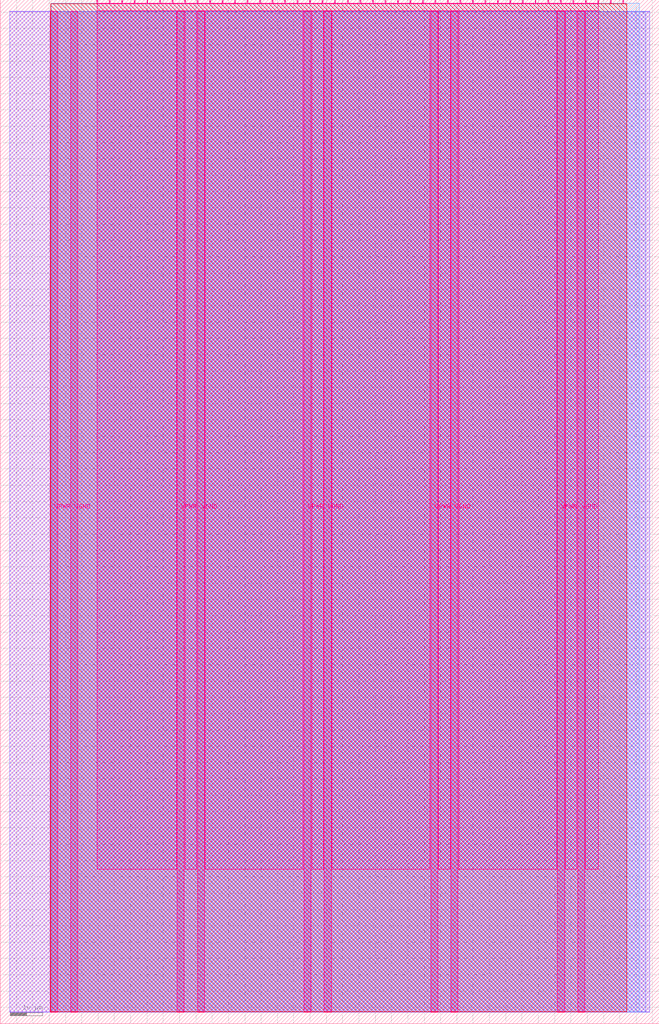
<source format=lef>
VERSION 5.7 ;
  NOWIREEXTENSIONATPIN ON ;
  DIVIDERCHAR "/" ;
  BUSBITCHARS "[]" ;
MACRO tt_um_16_mic_beamformer_arghunter
  CLASS BLOCK ;
  FOREIGN tt_um_16_mic_beamformer_arghunter ;
  ORIGIN 0.000 0.000 ;
  SIZE 202.080 BY 313.740 ;
  PIN VGND
    DIRECTION INOUT ;
    USE GROUND ;
    PORT
      LAYER Metal5 ;
        RECT 21.580 3.560 23.780 310.180 ;
    END
    PORT
      LAYER Metal5 ;
        RECT 60.450 3.560 62.650 310.180 ;
    END
    PORT
      LAYER Metal5 ;
        RECT 99.320 3.560 101.520 310.180 ;
    END
    PORT
      LAYER Metal5 ;
        RECT 138.190 3.560 140.390 310.180 ;
    END
    PORT
      LAYER Metal5 ;
        RECT 177.060 3.560 179.260 310.180 ;
    END
  END VGND
  PIN VPWR
    DIRECTION INOUT ;
    USE POWER ;
    PORT
      LAYER Metal5 ;
        RECT 15.380 3.560 17.580 310.180 ;
    END
    PORT
      LAYER Metal5 ;
        RECT 54.250 3.560 56.450 310.180 ;
    END
    PORT
      LAYER Metal5 ;
        RECT 93.120 3.560 95.320 310.180 ;
    END
    PORT
      LAYER Metal5 ;
        RECT 131.990 3.560 134.190 310.180 ;
    END
    PORT
      LAYER Metal5 ;
        RECT 170.860 3.560 173.060 310.180 ;
    END
  END VPWR
  PIN clk
    DIRECTION INPUT ;
    USE SIGNAL ;
    PORT
      LAYER Metal5 ;
        RECT 187.050 312.740 187.350 313.740 ;
    END
  END clk
  PIN ena
    DIRECTION INPUT ;
    USE SIGNAL ;
    PORT
      LAYER Metal5 ;
        RECT 190.890 312.740 191.190 313.740 ;
    END
  END ena
  PIN rst_n
    DIRECTION INPUT ;
    USE SIGNAL ;
    ANTENNAGATEAREA 0.213200 ;
    PORT
      LAYER Metal5 ;
        RECT 183.210 312.740 183.510 313.740 ;
    END
  END rst_n
  PIN ui_in[0]
    DIRECTION INPUT ;
    USE SIGNAL ;
    ANTENNAGATEAREA 0.180700 ;
    PORT
      LAYER Metal5 ;
        RECT 179.370 312.740 179.670 313.740 ;
    END
  END ui_in[0]
  PIN ui_in[1]
    DIRECTION INPUT ;
    USE SIGNAL ;
    ANTENNAGATEAREA 0.180700 ;
    PORT
      LAYER Metal5 ;
        RECT 175.530 312.740 175.830 313.740 ;
    END
  END ui_in[1]
  PIN ui_in[2]
    DIRECTION INPUT ;
    USE SIGNAL ;
    ANTENNAGATEAREA 0.180700 ;
    PORT
      LAYER Metal5 ;
        RECT 171.690 312.740 171.990 313.740 ;
    END
  END ui_in[2]
  PIN ui_in[3]
    DIRECTION INPUT ;
    USE SIGNAL ;
    ANTENNAGATEAREA 0.180700 ;
    PORT
      LAYER Metal5 ;
        RECT 167.850 312.740 168.150 313.740 ;
    END
  END ui_in[3]
  PIN ui_in[4]
    DIRECTION INPUT ;
    USE SIGNAL ;
    ANTENNAGATEAREA 0.180700 ;
    PORT
      LAYER Metal5 ;
        RECT 164.010 312.740 164.310 313.740 ;
    END
  END ui_in[4]
  PIN ui_in[5]
    DIRECTION INPUT ;
    USE SIGNAL ;
    ANTENNAGATEAREA 0.180700 ;
    PORT
      LAYER Metal5 ;
        RECT 160.170 312.740 160.470 313.740 ;
    END
  END ui_in[5]
  PIN ui_in[6]
    DIRECTION INPUT ;
    USE SIGNAL ;
    ANTENNAGATEAREA 0.180700 ;
    PORT
      LAYER Metal5 ;
        RECT 156.330 312.740 156.630 313.740 ;
    END
  END ui_in[6]
  PIN ui_in[7]
    DIRECTION INPUT ;
    USE SIGNAL ;
    ANTENNAGATEAREA 0.180700 ;
    PORT
      LAYER Metal5 ;
        RECT 152.490 312.740 152.790 313.740 ;
    END
  END ui_in[7]
  PIN uio_in[0]
    DIRECTION INPUT ;
    USE SIGNAL ;
    ANTENNAGATEAREA 0.213200 ;
    PORT
      LAYER Metal5 ;
        RECT 148.650 312.740 148.950 313.740 ;
    END
  END uio_in[0]
  PIN uio_in[1]
    DIRECTION INPUT ;
    USE SIGNAL ;
    ANTENNAGATEAREA 0.213200 ;
    PORT
      LAYER Metal5 ;
        RECT 144.810 312.740 145.110 313.740 ;
    END
  END uio_in[1]
  PIN uio_in[2]
    DIRECTION INPUT ;
    USE SIGNAL ;
    PORT
      LAYER Metal5 ;
        RECT 140.970 312.740 141.270 313.740 ;
    END
  END uio_in[2]
  PIN uio_in[3]
    DIRECTION INPUT ;
    USE SIGNAL ;
    PORT
      LAYER Metal5 ;
        RECT 137.130 312.740 137.430 313.740 ;
    END
  END uio_in[3]
  PIN uio_in[4]
    DIRECTION INPUT ;
    USE SIGNAL ;
    PORT
      LAYER Metal5 ;
        RECT 133.290 312.740 133.590 313.740 ;
    END
  END uio_in[4]
  PIN uio_in[5]
    DIRECTION INPUT ;
    USE SIGNAL ;
    PORT
      LAYER Metal5 ;
        RECT 129.450 312.740 129.750 313.740 ;
    END
  END uio_in[5]
  PIN uio_in[6]
    DIRECTION INPUT ;
    USE SIGNAL ;
    PORT
      LAYER Metal5 ;
        RECT 125.610 312.740 125.910 313.740 ;
    END
  END uio_in[6]
  PIN uio_in[7]
    DIRECTION INPUT ;
    USE SIGNAL ;
    PORT
      LAYER Metal5 ;
        RECT 121.770 312.740 122.070 313.740 ;
    END
  END uio_in[7]
  PIN uio_oe[0]
    DIRECTION OUTPUT ;
    USE SIGNAL ;
    ANTENNADIFFAREA 0.299200 ;
    PORT
      LAYER Metal5 ;
        RECT 56.490 312.740 56.790 313.740 ;
    END
  END uio_oe[0]
  PIN uio_oe[1]
    DIRECTION OUTPUT ;
    USE SIGNAL ;
    ANTENNADIFFAREA 0.299200 ;
    PORT
      LAYER Metal5 ;
        RECT 52.650 312.740 52.950 313.740 ;
    END
  END uio_oe[1]
  PIN uio_oe[2]
    DIRECTION OUTPUT ;
    USE SIGNAL ;
    ANTENNADIFFAREA 0.299200 ;
    PORT
      LAYER Metal5 ;
        RECT 48.810 312.740 49.110 313.740 ;
    END
  END uio_oe[2]
  PIN uio_oe[3]
    DIRECTION OUTPUT ;
    USE SIGNAL ;
    ANTENNADIFFAREA 0.299200 ;
    PORT
      LAYER Metal5 ;
        RECT 44.970 312.740 45.270 313.740 ;
    END
  END uio_oe[3]
  PIN uio_oe[4]
    DIRECTION OUTPUT ;
    USE SIGNAL ;
    ANTENNADIFFAREA 0.299200 ;
    PORT
      LAYER Metal5 ;
        RECT 41.130 312.740 41.430 313.740 ;
    END
  END uio_oe[4]
  PIN uio_oe[5]
    DIRECTION OUTPUT ;
    USE SIGNAL ;
    ANTENNADIFFAREA 0.299200 ;
    PORT
      LAYER Metal5 ;
        RECT 37.290 312.740 37.590 313.740 ;
    END
  END uio_oe[5]
  PIN uio_oe[6]
    DIRECTION OUTPUT ;
    USE SIGNAL ;
    ANTENNADIFFAREA 0.299200 ;
    PORT
      LAYER Metal5 ;
        RECT 33.450 312.740 33.750 313.740 ;
    END
  END uio_oe[6]
  PIN uio_oe[7]
    DIRECTION OUTPUT ;
    USE SIGNAL ;
    ANTENNADIFFAREA 0.299200 ;
    PORT
      LAYER Metal5 ;
        RECT 29.610 312.740 29.910 313.740 ;
    END
  END uio_oe[7]
  PIN uio_out[0]
    DIRECTION OUTPUT ;
    USE SIGNAL ;
    ANTENNADIFFAREA 0.299200 ;
    PORT
      LAYER Metal5 ;
        RECT 87.210 312.740 87.510 313.740 ;
    END
  END uio_out[0]
  PIN uio_out[1]
    DIRECTION OUTPUT ;
    USE SIGNAL ;
    ANTENNADIFFAREA 0.299200 ;
    PORT
      LAYER Metal5 ;
        RECT 83.370 312.740 83.670 313.740 ;
    END
  END uio_out[1]
  PIN uio_out[2]
    DIRECTION OUTPUT ;
    USE SIGNAL ;
    ANTENNADIFFAREA 0.299200 ;
    PORT
      LAYER Metal5 ;
        RECT 79.530 312.740 79.830 313.740 ;
    END
  END uio_out[2]
  PIN uio_out[3]
    DIRECTION OUTPUT ;
    USE SIGNAL ;
    ANTENNADIFFAREA 0.299200 ;
    PORT
      LAYER Metal5 ;
        RECT 75.690 312.740 75.990 313.740 ;
    END
  END uio_out[3]
  PIN uio_out[4]
    DIRECTION OUTPUT ;
    USE SIGNAL ;
    ANTENNADIFFAREA 0.299200 ;
    PORT
      LAYER Metal5 ;
        RECT 71.850 312.740 72.150 313.740 ;
    END
  END uio_out[4]
  PIN uio_out[5]
    DIRECTION OUTPUT ;
    USE SIGNAL ;
    ANTENNADIFFAREA 0.299200 ;
    PORT
      LAYER Metal5 ;
        RECT 68.010 312.740 68.310 313.740 ;
    END
  END uio_out[5]
  PIN uio_out[6]
    DIRECTION OUTPUT ;
    USE SIGNAL ;
    ANTENNADIFFAREA 0.299200 ;
    PORT
      LAYER Metal5 ;
        RECT 64.170 312.740 64.470 313.740 ;
    END
  END uio_out[6]
  PIN uio_out[7]
    DIRECTION OUTPUT ;
    USE SIGNAL ;
    ANTENNADIFFAREA 0.299200 ;
    PORT
      LAYER Metal5 ;
        RECT 60.330 312.740 60.630 313.740 ;
    END
  END uio_out[7]
  PIN uo_out[0]
    DIRECTION OUTPUT ;
    USE SIGNAL ;
    ANTENNADIFFAREA 0.654800 ;
    PORT
      LAYER Metal5 ;
        RECT 117.930 312.740 118.230 313.740 ;
    END
  END uo_out[0]
  PIN uo_out[1]
    DIRECTION OUTPUT ;
    USE SIGNAL ;
    ANTENNADIFFAREA 0.299200 ;
    PORT
      LAYER Metal5 ;
        RECT 114.090 312.740 114.390 313.740 ;
    END
  END uo_out[1]
  PIN uo_out[2]
    DIRECTION OUTPUT ;
    USE SIGNAL ;
    ANTENNADIFFAREA 0.299200 ;
    PORT
      LAYER Metal5 ;
        RECT 110.250 312.740 110.550 313.740 ;
    END
  END uo_out[2]
  PIN uo_out[3]
    DIRECTION OUTPUT ;
    USE SIGNAL ;
    ANTENNADIFFAREA 0.299200 ;
    PORT
      LAYER Metal5 ;
        RECT 106.410 312.740 106.710 313.740 ;
    END
  END uo_out[3]
  PIN uo_out[4]
    DIRECTION OUTPUT ;
    USE SIGNAL ;
    ANTENNADIFFAREA 0.299200 ;
    PORT
      LAYER Metal5 ;
        RECT 102.570 312.740 102.870 313.740 ;
    END
  END uo_out[4]
  PIN uo_out[5]
    DIRECTION OUTPUT ;
    USE SIGNAL ;
    ANTENNADIFFAREA 0.299200 ;
    PORT
      LAYER Metal5 ;
        RECT 98.730 312.740 99.030 313.740 ;
    END
  END uo_out[5]
  PIN uo_out[6]
    DIRECTION OUTPUT ;
    USE SIGNAL ;
    ANTENNADIFFAREA 0.299200 ;
    PORT
      LAYER Metal5 ;
        RECT 94.890 312.740 95.190 313.740 ;
    END
  END uo_out[6]
  PIN uo_out[7]
    DIRECTION OUTPUT ;
    USE SIGNAL ;
    ANTENNADIFFAREA 0.299200 ;
    PORT
      LAYER Metal5 ;
        RECT 91.050 312.740 91.350 313.740 ;
    END
  END uo_out[7]
  OBS
      LAYER GatPoly ;
        RECT 2.880 3.630 199.200 310.110 ;
      LAYER Metal1 ;
        RECT 2.880 3.560 199.200 310.180 ;
      LAYER Metal2 ;
        RECT 15.515 3.680 197.905 310.060 ;
      LAYER Metal3 ;
        RECT 15.560 3.635 195.940 312.625 ;
      LAYER Metal4 ;
        RECT 15.515 3.680 192.145 312.580 ;
      LAYER Metal5 ;
        RECT 30.120 312.530 33.240 312.740 ;
        RECT 33.960 312.530 37.080 312.740 ;
        RECT 37.800 312.530 40.920 312.740 ;
        RECT 41.640 312.530 44.760 312.740 ;
        RECT 45.480 312.530 48.600 312.740 ;
        RECT 49.320 312.530 52.440 312.740 ;
        RECT 53.160 312.530 56.280 312.740 ;
        RECT 57.000 312.530 60.120 312.740 ;
        RECT 60.840 312.530 63.960 312.740 ;
        RECT 64.680 312.530 67.800 312.740 ;
        RECT 68.520 312.530 71.640 312.740 ;
        RECT 72.360 312.530 75.480 312.740 ;
        RECT 76.200 312.530 79.320 312.740 ;
        RECT 80.040 312.530 83.160 312.740 ;
        RECT 83.880 312.530 87.000 312.740 ;
        RECT 87.720 312.530 90.840 312.740 ;
        RECT 91.560 312.530 94.680 312.740 ;
        RECT 95.400 312.530 98.520 312.740 ;
        RECT 99.240 312.530 102.360 312.740 ;
        RECT 103.080 312.530 106.200 312.740 ;
        RECT 106.920 312.530 110.040 312.740 ;
        RECT 110.760 312.530 113.880 312.740 ;
        RECT 114.600 312.530 117.720 312.740 ;
        RECT 118.440 312.530 121.560 312.740 ;
        RECT 122.280 312.530 125.400 312.740 ;
        RECT 126.120 312.530 129.240 312.740 ;
        RECT 129.960 312.530 133.080 312.740 ;
        RECT 133.800 312.530 136.920 312.740 ;
        RECT 137.640 312.530 140.760 312.740 ;
        RECT 141.480 312.530 144.600 312.740 ;
        RECT 145.320 312.530 148.440 312.740 ;
        RECT 149.160 312.530 152.280 312.740 ;
        RECT 153.000 312.530 156.120 312.740 ;
        RECT 156.840 312.530 159.960 312.740 ;
        RECT 160.680 312.530 163.800 312.740 ;
        RECT 164.520 312.530 167.640 312.740 ;
        RECT 168.360 312.530 171.480 312.740 ;
        RECT 172.200 312.530 175.320 312.740 ;
        RECT 176.040 312.530 179.160 312.740 ;
        RECT 179.880 312.530 183.000 312.740 ;
        RECT 29.660 310.390 183.460 312.530 ;
        RECT 29.660 47.315 54.040 310.390 ;
        RECT 56.660 47.315 60.240 310.390 ;
        RECT 62.860 47.315 92.910 310.390 ;
        RECT 95.530 47.315 99.110 310.390 ;
        RECT 101.730 47.315 131.780 310.390 ;
        RECT 134.400 47.315 137.980 310.390 ;
        RECT 140.600 47.315 170.650 310.390 ;
        RECT 173.270 47.315 176.850 310.390 ;
        RECT 179.470 47.315 183.460 310.390 ;
  END
END tt_um_16_mic_beamformer_arghunter
END LIBRARY


</source>
